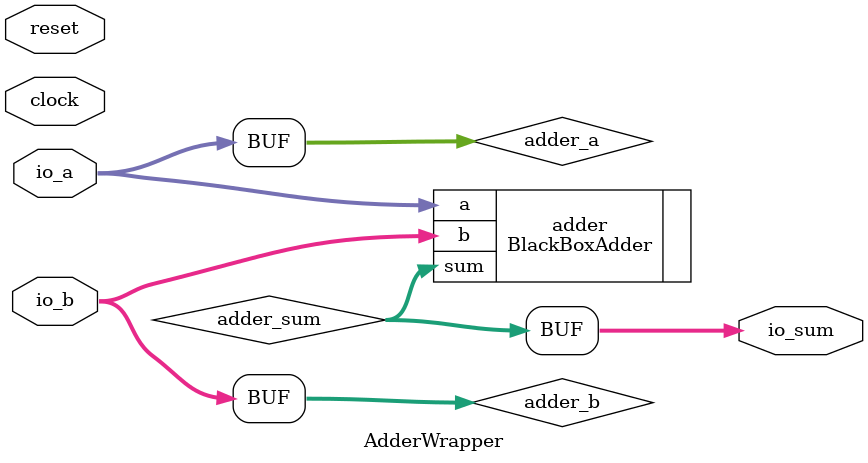
<source format=sv>
module AdderWrapper(
  input         clock,
  input         reset,
  input  [31:0] io_a,
  input  [31:0] io_b,
  output [31:0] io_sum
);
  wire [31:0] adder_a; // @[test.scala 34:21]
  wire [31:0] adder_b; // @[test.scala 34:21]
  wire [31:0] adder_sum; // @[test.scala 34:21]
  BlackBoxAdder adder ( // @[test.scala 34:21]
    .a(adder_a),
    .b(adder_b),
    .sum(adder_sum)
  );
  assign io_sum = adder_sum; // @[test.scala 37:10]
  assign adder_a = io_a; // @[test.scala 35:14]
  assign adder_b = io_b; // @[test.scala 36:15]
endmodule

</source>
